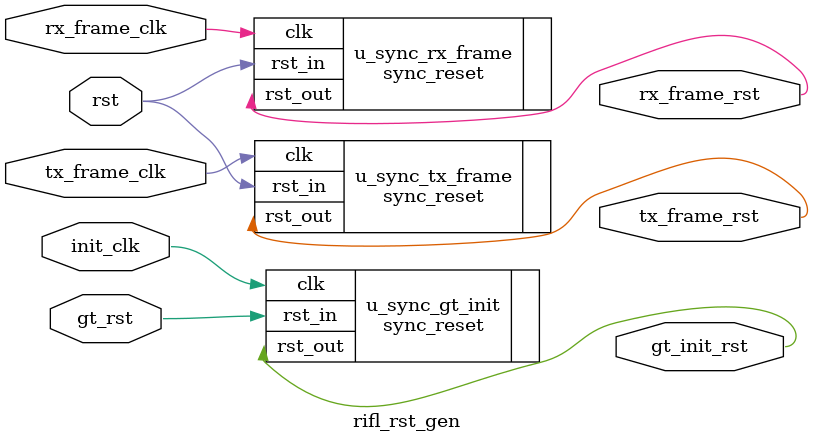
<source format=sv>
module rifl_rst_gen (
    input logic init_clk,
    input logic tx_frame_clk,
    input logic rx_frame_clk,
    input logic rst,
    input logic gt_rst,
    output logic tx_frame_rst,
    output logic rx_frame_rst,
    output logic gt_init_rst
);
    sync_reset u_sync_gt_init(
    	.clk     (init_clk),
        .rst_in  (gt_rst),
        .rst_out (gt_init_rst)
    );
    sync_reset u_sync_tx_frame(
    	.clk     (tx_frame_clk),
        .rst_in  (rst),
        .rst_out (tx_frame_rst)
    );
    sync_reset u_sync_rx_frame(
        .clk     (rx_frame_clk),
        .rst_in  (rst),
        .rst_out (rx_frame_rst)
    );
endmodule
</source>
